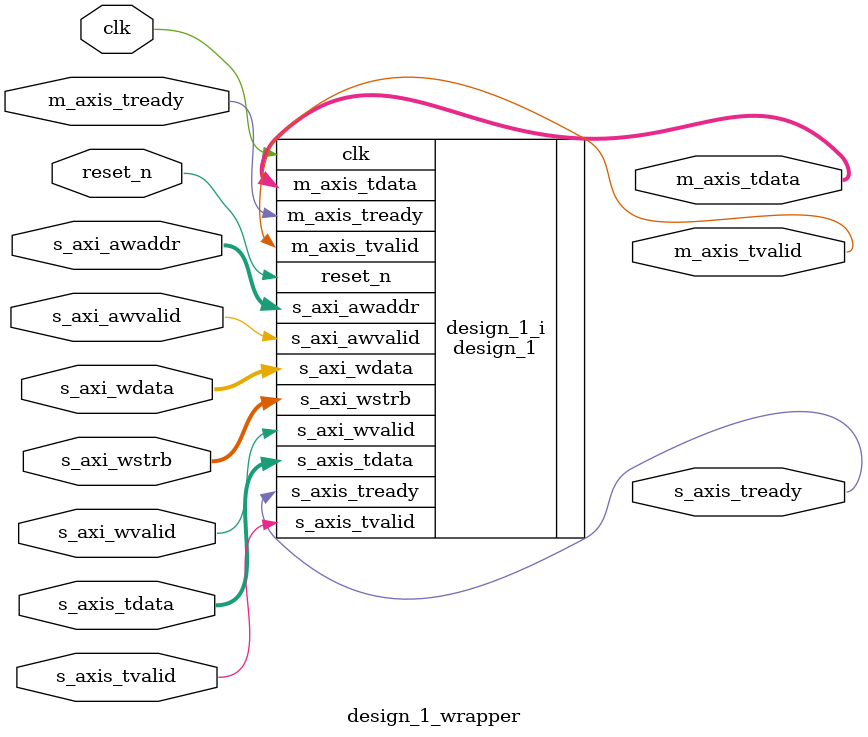
<source format=v>
`timescale 1 ps / 1 ps

module design_1_wrapper
   (clk,
    m_axis_tdata,
    m_axis_tready,
    m_axis_tvalid,
    reset_n,
    s_axi_awaddr,
    s_axi_awvalid,
    s_axi_wdata,
    s_axi_wstrb,
    s_axi_wvalid,
    s_axis_tdata,
    s_axis_tready,
    s_axis_tvalid);
  input clk;
  output [31:0]m_axis_tdata;
  input m_axis_tready;
  output m_axis_tvalid;
  input reset_n;
  input [3:0]s_axi_awaddr;
  input s_axi_awvalid;
  input [31:0]s_axi_wdata;
  input [3:0]s_axi_wstrb;
  input s_axi_wvalid;
  input [31:0]s_axis_tdata;
  output s_axis_tready;
  input s_axis_tvalid;

  wire clk;
  wire [31:0]m_axis_tdata;
  wire m_axis_tready;
  wire m_axis_tvalid;
  wire reset_n;
  wire [3:0]s_axi_awaddr;
  wire s_axi_awvalid;
  wire [31:0]s_axi_wdata;
  wire [3:0]s_axi_wstrb;
  wire s_axi_wvalid;
  wire [31:0]s_axis_tdata;
  wire s_axis_tready;
  wire s_axis_tvalid;

  design_1 design_1_i
       (.clk(clk),
        .m_axis_tdata(m_axis_tdata),
        .m_axis_tready(m_axis_tready),
        .m_axis_tvalid(m_axis_tvalid),
        .reset_n(reset_n),
        .s_axi_awaddr(s_axi_awaddr),
        .s_axi_awvalid(s_axi_awvalid),
        .s_axi_wdata(s_axi_wdata),
        .s_axi_wstrb(s_axi_wstrb),
        .s_axi_wvalid(s_axi_wvalid),
        .s_axis_tdata(s_axis_tdata),
        .s_axis_tready(s_axis_tready),
        .s_axis_tvalid(s_axis_tvalid));
endmodule

</source>
